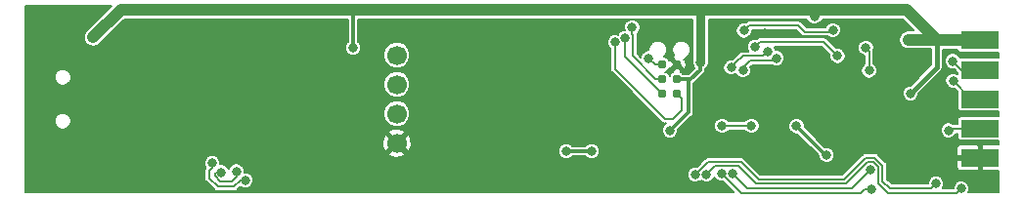
<source format=gbr>
G04 #@! TF.GenerationSoftware,KiCad,Pcbnew,(5.0.0)*
G04 #@! TF.CreationDate,2019-05-10T09:44:01+02:00*
G04 #@! TF.ProjectId,3dsimo_kit,336473696D6F5F6B69742E6B69636164,200A*
G04 #@! TF.SameCoordinates,Original*
G04 #@! TF.FileFunction,Copper,L2,Bot,Signal*
G04 #@! TF.FilePolarity,Positive*
%FSLAX46Y46*%
G04 Gerber Fmt 4.6, Leading zero omitted, Abs format (unit mm)*
G04 Created by KiCad (PCBNEW (5.0.0)) date 05/10/19 09:44:01*
%MOMM*%
%LPD*%
G01*
G04 APERTURE LIST*
G04 #@! TA.AperFunction,SMDPad,CuDef*
%ADD10R,3.300000X1.500000*%
G04 #@! TD*
G04 #@! TA.AperFunction,BGAPad,CuDef*
%ADD11C,0.787400*%
G04 #@! TD*
G04 #@! TA.AperFunction,ComponentPad*
%ADD12C,1.700000*%
G04 #@! TD*
G04 #@! TA.AperFunction,ViaPad*
%ADD13C,0.800000*%
G04 #@! TD*
G04 #@! TA.AperFunction,Conductor*
%ADD14C,0.200000*%
G04 #@! TD*
G04 #@! TA.AperFunction,Conductor*
%ADD15C,1.000000*%
G04 #@! TD*
G04 #@! TA.AperFunction,Conductor*
%ADD16C,0.400000*%
G04 #@! TD*
G04 #@! TA.AperFunction,Conductor*
%ADD17C,0.300000*%
G04 #@! TD*
G04 #@! TA.AperFunction,Conductor*
%ADD18C,0.800000*%
G04 #@! TD*
G04 APERTURE END LIST*
D10*
G04 #@! TO.P,J1,10*
G04 #@! TO.N,VBUS*
X148700000Y-57550000D03*
G04 #@! TO.P,J1,8*
G04 #@! TO.N,/BTN_EXTRUSION*
X148700000Y-60100000D03*
G04 #@! TO.P,J1,6*
G04 #@! TO.N,/BTN_REVERSE*
X148700000Y-62650000D03*
G04 #@! TO.P,J1,4*
G04 #@! TO.N,/NTC*
X148700000Y-65200000D03*
G04 #@! TO.P,J1,2*
G04 #@! TO.N,GND*
X148700000Y-67750000D03*
G04 #@! TD*
D11*
G04 #@! TO.P,P2,6*
G04 #@! TO.N,GND*
X122435000Y-59630000D03*
G04 #@! TO.P,P2,5*
G04 #@! TO.N,/RST*
X121165000Y-59630000D03*
G04 #@! TO.P,P2,4*
G04 #@! TO.N,VBUS*
X122435000Y-60900000D03*
G04 #@! TO.P,P2,3*
G04 #@! TO.N,Net-(D1-Pad2)*
X121165000Y-60900000D03*
G04 #@! TO.P,P2,2*
G04 #@! TO.N,/BTN_DOWN*
X122435000Y-62170000D03*
G04 #@! TO.P,P2,1*
G04 #@! TO.N,/BTN_UP*
X121165000Y-62170000D03*
G04 #@! TD*
D12*
G04 #@! TO.P,U2,4*
G04 #@! TO.N,GND*
X98200000Y-66470000D03*
G04 #@! TO.P,U2,3*
G04 #@! TO.N,VBUS*
X98200000Y-63920000D03*
G04 #@! TO.P,U2,2*
G04 #@! TO.N,/SCL*
X98200000Y-61380000D03*
G04 #@! TO.P,U2,1*
G04 #@! TO.N,/SDA*
X98200000Y-58840000D03*
G04 #@! TD*
D13*
G04 #@! TO.N,/NTC*
X124050000Y-69200000D03*
X144850000Y-70000000D03*
X130309627Y-58490373D03*
X145950000Y-65350000D03*
X127150000Y-59900000D03*
G04 #@! TO.N,GND*
X134412500Y-62362500D03*
X134412500Y-60637500D03*
X132687500Y-62362500D03*
X140850000Y-60575000D03*
X140850000Y-61425000D03*
G04 #@! TO.N,VBUS*
X142500000Y-57500000D03*
G04 #@! TO.N,GND*
X137399990Y-56999990D03*
X124256086Y-70127389D03*
X135200000Y-68750000D03*
X132732543Y-60655404D03*
X129564807Y-66089416D03*
X74800000Y-58650000D03*
X68450000Y-67200000D03*
X71300001Y-63950000D03*
X71300000Y-64750000D03*
X74558733Y-66773697D03*
X113650000Y-63000000D03*
X114950000Y-63000000D03*
X114950000Y-64300000D03*
X113650000Y-64300000D03*
X106650000Y-67800000D03*
X67050000Y-57450000D03*
X130034087Y-56950010D03*
X91300000Y-66675000D03*
X91400000Y-58700000D03*
X136550000Y-67200000D03*
X138950000Y-63250000D03*
X142850000Y-64200000D03*
X124300000Y-65850000D03*
G04 #@! TO.N,/BTN_DOWN*
X136350000Y-58900000D03*
X129217172Y-58099990D03*
X117075091Y-57719315D03*
G04 #@! TO.N,/BTN_UP*
X135949998Y-56650000D03*
X128250000Y-56700000D03*
X117950383Y-57350010D03*
G04 #@! TO.N,/BTN_REVERSE*
X146350000Y-61050000D03*
G04 #@! TO.N,/BTN_EXTRUSION*
X146300000Y-59350000D03*
G04 #@! TO.N,/MOTOR_PWM*
X139073547Y-60174989D03*
X138800000Y-58174956D03*
G04 #@! TO.N,/NTC_H_EN*
X127259049Y-69100021D03*
X139208665Y-68772908D03*
G04 #@! TO.N,VBUS*
X142650000Y-62149994D03*
X132800000Y-65000000D03*
X71900000Y-57300000D03*
X72650000Y-56549996D03*
X115050000Y-67150000D03*
X112850000Y-67150000D03*
X134350000Y-55500000D03*
X135400000Y-67500000D03*
X94400000Y-58200000D03*
X124500000Y-59450002D03*
X121850000Y-65350000D03*
G04 #@! TO.N,/NTC_L_EN*
X126290397Y-69100021D03*
X139247736Y-70499986D03*
G04 #@! TO.N,/RST*
X120006405Y-59099979D03*
G04 #@! TO.N,/ID*
X147050000Y-70400000D03*
X125009633Y-69209620D03*
X128145383Y-60154617D03*
X131049979Y-59100000D03*
G04 #@! TO.N,Net-(D2-Pad2)*
X126349968Y-64950006D03*
X128900031Y-64950000D03*
G04 #@! TO.N,Net-(D1-Pad2)*
X118575393Y-56425393D03*
G04 #@! TO.N,/D-*
X82211091Y-68211091D03*
X85088909Y-69688909D03*
G04 #@! TO.N,/D+*
X82988909Y-68988909D03*
X84311091Y-68911091D03*
G04 #@! TD*
D14*
G04 #@! TO.N,/NTC*
X144450000Y-70400000D02*
X144850000Y-70000000D01*
X140250000Y-68400000D02*
X140250000Y-69800000D01*
X139568600Y-67718600D02*
X140250000Y-68400000D01*
X138791444Y-67718600D02*
X139568600Y-67718600D01*
X138710044Y-67800000D02*
X138791444Y-67718600D01*
X138700000Y-67800000D02*
X138710044Y-67800000D01*
X128000000Y-68100000D02*
X129500000Y-69600000D01*
X140250000Y-69800000D02*
X140850000Y-70400000D01*
X140850000Y-70400000D02*
X144450000Y-70400000D01*
X136899999Y-69600001D02*
X138700000Y-67800000D01*
X129500000Y-69600000D02*
X136899999Y-69600001D01*
X124050000Y-69200000D02*
X125150000Y-68100000D01*
X125150000Y-68100000D02*
X128000000Y-68100000D01*
X146100000Y-65200000D02*
X145950000Y-65350000D01*
X148700000Y-65200000D02*
X146100000Y-65200000D01*
X127549999Y-59500001D02*
X127150000Y-59900000D01*
X130309627Y-58490373D02*
X129898416Y-58901584D01*
X128148416Y-58901584D02*
X127549999Y-59500001D01*
X129898416Y-58901584D02*
X128148416Y-58901584D01*
G04 #@! TO.N,/BTN_DOWN*
X135149991Y-57699991D02*
X129617171Y-57699991D01*
X136350000Y-58900000D02*
X135149991Y-57699991D01*
X129617171Y-57699991D02*
X129217172Y-58099990D01*
X122828699Y-62563699D02*
X122828699Y-63609287D01*
X122828699Y-63609287D02*
X122087986Y-64350000D01*
X117075091Y-60025091D02*
X117075091Y-58285000D01*
X122087986Y-64350000D02*
X121400000Y-64350000D01*
X122435000Y-62170000D02*
X122828699Y-62563699D01*
X121400000Y-64350000D02*
X117075091Y-60025091D01*
X117075091Y-58285000D02*
X117075091Y-57719315D01*
G04 #@! TO.N,/BTN_UP*
X128699999Y-56250001D02*
X128250000Y-56700000D01*
X132950001Y-56250001D02*
X128699999Y-56250001D01*
X133500000Y-56800000D02*
X132950001Y-56250001D01*
X135949998Y-56650000D02*
X135799998Y-56800000D01*
X135799998Y-56800000D02*
X133500000Y-56800000D01*
X121165000Y-62170000D02*
X117950383Y-58955383D01*
X117950383Y-58955383D02*
X117950383Y-57915695D01*
X117950383Y-57915695D02*
X117950383Y-57350010D01*
G04 #@! TO.N,/BTN_REVERSE*
X147950000Y-62650000D02*
X148700000Y-62650000D01*
X146350000Y-61050000D02*
X147950000Y-62650000D01*
G04 #@! TO.N,/BTN_EXTRUSION*
X147050000Y-60100000D02*
X148700000Y-60100000D01*
X146300000Y-59350000D02*
X147050000Y-60100000D01*
G04 #@! TO.N,/MOTOR_PWM*
X139073547Y-58448503D02*
X138800000Y-58174956D01*
X139073547Y-60174989D02*
X139073547Y-58448503D01*
G04 #@! TO.N,/NTC_H_EN*
X137581562Y-70400011D02*
X139208665Y-68772908D01*
X128559039Y-70400011D02*
X137581562Y-70400011D01*
X127259049Y-69100021D02*
X128559039Y-70400011D01*
D15*
G04 #@! TO.N,VBUS*
X148700000Y-57550000D02*
X144935998Y-57550000D01*
D16*
X144935998Y-59863996D02*
X142650000Y-62149994D01*
X144935998Y-57550000D02*
X144935998Y-59863996D01*
D14*
X134049999Y-55150001D02*
X134050000Y-55150000D01*
X132850000Y-65000000D02*
X132800000Y-65000000D01*
D15*
X142286008Y-54900010D02*
X144935998Y-57550000D01*
D17*
X115050000Y-67150000D02*
X112850000Y-67150000D01*
D15*
X74300000Y-54900000D02*
X71900000Y-57300000D01*
X87650000Y-54900009D02*
X87649991Y-54900000D01*
X87649991Y-54900000D02*
X74300000Y-54900000D01*
D17*
X134315695Y-54900010D02*
X134250000Y-54900010D01*
X134350000Y-54934315D02*
X134315695Y-54900010D01*
X134350000Y-55500000D02*
X134350000Y-54934315D01*
D15*
X134250000Y-54900010D02*
X142286008Y-54900010D01*
D17*
X135300000Y-67500000D02*
X135400000Y-67500000D01*
X132800000Y-65000000D02*
X135300000Y-67500000D01*
X94400000Y-58200000D02*
X94400000Y-54900009D01*
D15*
X94400000Y-54900009D02*
X87650000Y-54900009D01*
X144885998Y-57500000D02*
X144935998Y-57550000D01*
X142500000Y-57500000D02*
X144885998Y-57500000D01*
D18*
X124500000Y-54950000D02*
X124500000Y-59450002D01*
X124450000Y-54900000D02*
X124500000Y-54950000D01*
X123800009Y-54900009D02*
X123800018Y-54900000D01*
X123800018Y-54900000D02*
X124450000Y-54900000D01*
X125849999Y-54900009D02*
X125850000Y-54900010D01*
X122300000Y-54900009D02*
X125849999Y-54900009D01*
D15*
X123899990Y-54900010D02*
X125850000Y-54900010D01*
X123800009Y-54900009D02*
X122300000Y-54900009D01*
X126649999Y-54900009D02*
X126650000Y-54900010D01*
X121400000Y-54900009D02*
X126649999Y-54900009D01*
X126650000Y-54900010D02*
X134250000Y-54900010D01*
X125850000Y-54900010D02*
X126650000Y-54900010D01*
X122300000Y-54900009D02*
X121400000Y-54900009D01*
X121400000Y-54900009D02*
X94400000Y-54900009D01*
D17*
X124450000Y-55000000D02*
X124350000Y-54900000D01*
X124450000Y-60100000D02*
X124450000Y-55000000D01*
X122435000Y-60900000D02*
X123650000Y-60900000D01*
X123650000Y-60900000D02*
X124450000Y-60100000D01*
X122249999Y-64950001D02*
X121850000Y-65350000D01*
X123450000Y-63750000D02*
X122249999Y-64950001D01*
X122435000Y-60900000D02*
X123450000Y-60900000D01*
X123450000Y-60900000D02*
X123450000Y-63750000D01*
D14*
G04 #@! TO.N,/NTC_L_EN*
X126290397Y-69100021D02*
X127990375Y-70799999D01*
X127990375Y-70799999D02*
X138382038Y-70799999D01*
X138682051Y-70499986D02*
X139247736Y-70499986D01*
X138382038Y-70799999D02*
X138682051Y-70499986D01*
G04 #@! TO.N,/RST*
X120536426Y-59630000D02*
X120006405Y-59099979D01*
X121165000Y-59630000D02*
X120536426Y-59630000D01*
G04 #@! TO.N,/ID*
X139899989Y-69944979D02*
X139899989Y-68544979D01*
X139899989Y-68544979D02*
X139423621Y-68068611D01*
X139423621Y-68068611D02*
X138936423Y-68068611D01*
X137055021Y-69950011D02*
X129300011Y-69950011D01*
X138936423Y-68068611D02*
X137055021Y-69950011D01*
X147050000Y-70400000D02*
X146650001Y-70799999D01*
X127800011Y-68450011D02*
X125769242Y-68450011D01*
X140755009Y-70799999D02*
X139899989Y-69944979D01*
X125769242Y-68450011D02*
X125009633Y-69209620D01*
X129300011Y-69950011D02*
X127800011Y-68450011D01*
X146650001Y-70799999D02*
X140755009Y-70799999D01*
X131049979Y-59100000D02*
X130849979Y-59300000D01*
X128145383Y-59904617D02*
X128145383Y-60154617D01*
X128750000Y-59300000D02*
X128145383Y-59904617D01*
X130849979Y-59300000D02*
X128750000Y-59300000D01*
G04 #@! TO.N,Net-(D2-Pad2)*
X128900025Y-64950006D02*
X128900031Y-64950000D01*
X126349968Y-64950006D02*
X128900025Y-64950006D01*
G04 #@! TO.N,Net-(D1-Pad2)*
X118600393Y-57016078D02*
X118575393Y-56991078D01*
X120608225Y-60900000D02*
X118600393Y-58892168D01*
X121165000Y-60900000D02*
X120608225Y-60900000D01*
X118600393Y-58892168D02*
X118600393Y-57016078D01*
X118575393Y-56991078D02*
X118575393Y-56425393D01*
G04 #@! TO.N,/D-*
X82211091Y-68211091D02*
X82211091Y-68635355D01*
X82211091Y-68635355D02*
X81950000Y-68896446D01*
X81950000Y-68896446D02*
X81950000Y-69503554D01*
X81950000Y-69503554D02*
X82696446Y-70250000D01*
X82696446Y-70250000D02*
X84103554Y-70250000D01*
X84103554Y-70250000D02*
X84664645Y-69688909D01*
X84664645Y-69688909D02*
X85088909Y-69688909D01*
G04 #@! TO.N,/D+*
X82564645Y-68988909D02*
X82450000Y-69103554D01*
X82988909Y-68988909D02*
X82564645Y-68988909D01*
X82450000Y-69103554D02*
X82450000Y-69296446D01*
X82450000Y-69296446D02*
X82903554Y-69750000D01*
X84311091Y-69335355D02*
X84311091Y-68911091D01*
X83896446Y-69750000D02*
X84311091Y-69335355D01*
X82903554Y-69750000D02*
X83896446Y-69750000D01*
G04 #@! TD*
G04 #@! TO.N,GND*
G36*
X71278603Y-56790027D02*
X71146418Y-56987856D01*
X71084329Y-57300000D01*
X71146418Y-57612144D01*
X71323233Y-57876767D01*
X71587856Y-58053582D01*
X71900000Y-58115671D01*
X72212144Y-58053582D01*
X72409973Y-57921397D01*
X74631370Y-55700000D01*
X87571166Y-55700000D01*
X87571211Y-55700009D01*
X87571216Y-55700009D01*
X87650000Y-55715680D01*
X87728784Y-55700009D01*
X93950001Y-55700009D01*
X93950000Y-57660050D01*
X93806568Y-57803482D01*
X93700000Y-58060761D01*
X93700000Y-58339239D01*
X93806568Y-58596518D01*
X94003482Y-58793432D01*
X94260761Y-58900000D01*
X94539239Y-58900000D01*
X94796518Y-58793432D01*
X94978699Y-58611251D01*
X97050000Y-58611251D01*
X97050000Y-59068749D01*
X97225077Y-59491423D01*
X97548577Y-59814923D01*
X97971251Y-59990000D01*
X98428749Y-59990000D01*
X98851423Y-59814923D01*
X99174923Y-59491423D01*
X99350000Y-59068749D01*
X99350000Y-58611251D01*
X99174923Y-58188577D01*
X98851423Y-57865077D01*
X98428749Y-57690000D01*
X97971251Y-57690000D01*
X97548577Y-57865077D01*
X97225077Y-58188577D01*
X97050000Y-58611251D01*
X94978699Y-58611251D01*
X94993432Y-58596518D01*
X95100000Y-58339239D01*
X95100000Y-58060761D01*
X94993432Y-57803482D01*
X94850000Y-57660050D01*
X94850000Y-55700009D01*
X123800000Y-55700009D01*
X123800001Y-59310761D01*
X123800000Y-59310763D01*
X123800000Y-59589241D01*
X123826904Y-59654194D01*
X123840616Y-59723128D01*
X123879663Y-59781566D01*
X123906568Y-59846520D01*
X123956282Y-59896234D01*
X123980751Y-59932854D01*
X123468701Y-60444904D01*
X123450000Y-60441184D01*
X123405679Y-60450000D01*
X122966039Y-60450000D01*
X122827949Y-60311910D01*
X122798453Y-60299692D01*
X122819105Y-60226237D01*
X122435000Y-59842132D01*
X122050895Y-60226237D01*
X122071547Y-60299692D01*
X122042051Y-60311910D01*
X121846910Y-60507051D01*
X121800000Y-60620301D01*
X121753090Y-60507051D01*
X121557949Y-60311910D01*
X121444699Y-60265000D01*
X121557949Y-60218090D01*
X121753090Y-60022949D01*
X121765308Y-59993453D01*
X121838763Y-60014105D01*
X122222868Y-59630000D01*
X121838763Y-59245895D01*
X121765308Y-59266547D01*
X121753090Y-59237051D01*
X121557949Y-59041910D01*
X121323801Y-58944923D01*
X121458223Y-58810501D01*
X121579300Y-58518195D01*
X121579300Y-58201805D01*
X122020700Y-58201805D01*
X122020700Y-58518195D01*
X122141777Y-58810501D01*
X122194546Y-58863270D01*
X122162446Y-58868029D01*
X122088930Y-58898480D01*
X122050895Y-59033763D01*
X122435000Y-59417868D01*
X122449143Y-59403726D01*
X122661275Y-59615858D01*
X122647132Y-59630000D01*
X123031237Y-60014105D01*
X123166520Y-59976070D01*
X123243272Y-59669787D01*
X123196971Y-59357446D01*
X123166520Y-59283930D01*
X123031239Y-59245896D01*
X123111908Y-59165227D01*
X123064553Y-59117872D01*
X123266501Y-59034223D01*
X123490223Y-58810501D01*
X123611300Y-58518195D01*
X123611300Y-58201805D01*
X123490223Y-57909499D01*
X123266501Y-57685777D01*
X122974195Y-57564700D01*
X122657805Y-57564700D01*
X122365499Y-57685777D01*
X122141777Y-57909499D01*
X122020700Y-58201805D01*
X121579300Y-58201805D01*
X121458223Y-57909499D01*
X121234501Y-57685777D01*
X120942195Y-57564700D01*
X120625805Y-57564700D01*
X120333499Y-57685777D01*
X120109777Y-57909499D01*
X119988700Y-58201805D01*
X119988700Y-58399979D01*
X119867166Y-58399979D01*
X119609887Y-58506547D01*
X119412973Y-58703461D01*
X119306405Y-58960740D01*
X119306405Y-59032496D01*
X119000393Y-58726484D01*
X119000393Y-57055470D01*
X119008229Y-57016077D01*
X119002659Y-56988077D01*
X119168825Y-56821911D01*
X119275393Y-56564632D01*
X119275393Y-56286154D01*
X119168825Y-56028875D01*
X118971911Y-55831961D01*
X118714632Y-55725393D01*
X118436154Y-55725393D01*
X118178875Y-55831961D01*
X117981961Y-56028875D01*
X117875393Y-56286154D01*
X117875393Y-56564632D01*
X117910758Y-56650010D01*
X117811144Y-56650010D01*
X117553865Y-56756578D01*
X117356951Y-56953492D01*
X117312793Y-57060100D01*
X117214330Y-57019315D01*
X116935852Y-57019315D01*
X116678573Y-57125883D01*
X116481659Y-57322797D01*
X116375091Y-57580076D01*
X116375091Y-57858554D01*
X116481659Y-58115833D01*
X116675091Y-58309265D01*
X116675091Y-58324393D01*
X116675092Y-58324398D01*
X116675091Y-59985697D01*
X116667255Y-60025091D01*
X116675091Y-60064484D01*
X116698300Y-60181162D01*
X116786707Y-60313475D01*
X116820110Y-60335794D01*
X121089299Y-64604984D01*
X121111616Y-64638384D01*
X121195170Y-64694212D01*
X121243928Y-64726791D01*
X121400000Y-64757836D01*
X121439394Y-64750000D01*
X121469339Y-64750000D01*
X121453482Y-64756568D01*
X121256568Y-64953482D01*
X121150000Y-65210761D01*
X121150000Y-65489239D01*
X121256568Y-65746518D01*
X121453482Y-65943432D01*
X121710761Y-66050000D01*
X121989239Y-66050000D01*
X122246518Y-65943432D01*
X122443432Y-65746518D01*
X122550000Y-65489239D01*
X122550000Y-65286396D01*
X122599536Y-65236860D01*
X122599538Y-65236857D01*
X123025628Y-64810767D01*
X125649968Y-64810767D01*
X125649968Y-65089245D01*
X125756536Y-65346524D01*
X125953450Y-65543438D01*
X126210729Y-65650006D01*
X126489207Y-65650006D01*
X126746486Y-65543438D01*
X126939918Y-65350006D01*
X128310087Y-65350006D01*
X128503513Y-65543432D01*
X128760792Y-65650000D01*
X129039270Y-65650000D01*
X129296549Y-65543432D01*
X129493463Y-65346518D01*
X129600031Y-65089239D01*
X129600031Y-64860761D01*
X132100000Y-64860761D01*
X132100000Y-65139239D01*
X132206568Y-65396518D01*
X132403482Y-65593432D01*
X132660761Y-65700000D01*
X132863605Y-65700000D01*
X134700000Y-67536396D01*
X134700000Y-67639239D01*
X134806568Y-67896518D01*
X135003482Y-68093432D01*
X135260761Y-68200000D01*
X135539239Y-68200000D01*
X135796518Y-68093432D01*
X135993432Y-67896518D01*
X136100000Y-67639239D01*
X136100000Y-67360761D01*
X135993432Y-67103482D01*
X135810385Y-66920435D01*
X146650000Y-66920435D01*
X146650000Y-67500000D01*
X146750000Y-67600000D01*
X148550000Y-67600000D01*
X148550000Y-66700000D01*
X148450000Y-66600000D01*
X146970435Y-66600000D01*
X146823418Y-66660896D01*
X146710896Y-66773418D01*
X146650000Y-66920435D01*
X135810385Y-66920435D01*
X135796518Y-66906568D01*
X135539239Y-66800000D01*
X135260761Y-66800000D01*
X135243532Y-66807136D01*
X133500000Y-65063605D01*
X133500000Y-64860761D01*
X133393432Y-64603482D01*
X133196518Y-64406568D01*
X132939239Y-64300000D01*
X132660761Y-64300000D01*
X132403482Y-64406568D01*
X132206568Y-64603482D01*
X132100000Y-64860761D01*
X129600031Y-64860761D01*
X129600031Y-64810761D01*
X129493463Y-64553482D01*
X129296549Y-64356568D01*
X129039270Y-64250000D01*
X128760792Y-64250000D01*
X128503513Y-64356568D01*
X128310075Y-64550006D01*
X126939918Y-64550006D01*
X126746486Y-64356574D01*
X126489207Y-64250006D01*
X126210729Y-64250006D01*
X125953450Y-64356574D01*
X125756536Y-64553488D01*
X125649968Y-64810767D01*
X123025628Y-64810767D01*
X123736857Y-64099538D01*
X123774432Y-64074432D01*
X123873891Y-63925581D01*
X123900000Y-63794321D01*
X123900000Y-63794320D01*
X123908816Y-63750000D01*
X123900000Y-63705680D01*
X123900000Y-61274166D01*
X123974432Y-61224432D01*
X123999540Y-61186855D01*
X124736858Y-60449538D01*
X124774432Y-60424432D01*
X124873891Y-60275581D01*
X124900000Y-60144321D01*
X124900000Y-60144320D01*
X124908816Y-60100000D01*
X124900000Y-60055680D01*
X124900000Y-60039952D01*
X124946229Y-59993723D01*
X125004671Y-59954673D01*
X125043721Y-59896231D01*
X125093432Y-59846520D01*
X125120335Y-59781570D01*
X125134239Y-59760761D01*
X126450000Y-59760761D01*
X126450000Y-60039239D01*
X126556568Y-60296518D01*
X126753482Y-60493432D01*
X127010761Y-60600000D01*
X127289239Y-60600000D01*
X127530754Y-60499961D01*
X127551951Y-60551135D01*
X127748865Y-60748049D01*
X128006144Y-60854617D01*
X128284622Y-60854617D01*
X128541901Y-60748049D01*
X128738815Y-60551135D01*
X128845383Y-60293856D01*
X128845383Y-60015378D01*
X128773602Y-59842083D01*
X128915685Y-59700000D01*
X130669318Y-59700000D01*
X130910740Y-59800000D01*
X131189218Y-59800000D01*
X131446497Y-59693432D01*
X131643411Y-59496518D01*
X131749979Y-59239239D01*
X131749979Y-58960761D01*
X131643411Y-58703482D01*
X131446497Y-58506568D01*
X131189218Y-58400000D01*
X131009627Y-58400000D01*
X131009627Y-58351134D01*
X130905601Y-58099991D01*
X134984307Y-58099991D01*
X135650000Y-58765685D01*
X135650000Y-59039239D01*
X135756568Y-59296518D01*
X135953482Y-59493432D01*
X136210761Y-59600000D01*
X136489239Y-59600000D01*
X136746518Y-59493432D01*
X136943432Y-59296518D01*
X137050000Y-59039239D01*
X137050000Y-58760761D01*
X136943432Y-58503482D01*
X136746518Y-58306568D01*
X136489239Y-58200000D01*
X136215685Y-58200000D01*
X136051402Y-58035717D01*
X138100000Y-58035717D01*
X138100000Y-58314195D01*
X138206568Y-58571474D01*
X138403482Y-58768388D01*
X138660761Y-58874956D01*
X138673548Y-58874956D01*
X138673547Y-59585039D01*
X138480115Y-59778471D01*
X138373547Y-60035750D01*
X138373547Y-60314228D01*
X138480115Y-60571507D01*
X138677029Y-60768421D01*
X138934308Y-60874989D01*
X139212786Y-60874989D01*
X139470065Y-60768421D01*
X139666979Y-60571507D01*
X139773547Y-60314228D01*
X139773547Y-60035750D01*
X139666979Y-59778471D01*
X139473547Y-59585039D01*
X139473547Y-58487897D01*
X139481383Y-58448503D01*
X139469374Y-58388132D01*
X139500000Y-58314195D01*
X139500000Y-58035717D01*
X139393432Y-57778438D01*
X139196518Y-57581524D01*
X138939239Y-57474956D01*
X138660761Y-57474956D01*
X138403482Y-57581524D01*
X138206568Y-57778438D01*
X138100000Y-58035717D01*
X136051402Y-58035717D01*
X135460694Y-57445010D01*
X135438375Y-57411607D01*
X135306063Y-57323200D01*
X135189385Y-57299991D01*
X135149991Y-57292155D01*
X135110597Y-57299991D01*
X129656564Y-57299991D01*
X129617170Y-57292155D01*
X129463125Y-57322797D01*
X129461099Y-57323200D01*
X129346173Y-57399990D01*
X129077933Y-57399990D01*
X128820654Y-57506558D01*
X128623740Y-57703472D01*
X128517172Y-57960751D01*
X128517172Y-58239229D01*
X128623740Y-58496508D01*
X128628816Y-58501584D01*
X128187808Y-58501584D01*
X128148415Y-58493748D01*
X128109022Y-58501584D01*
X127992344Y-58524793D01*
X127860032Y-58613200D01*
X127837717Y-58646597D01*
X127295015Y-59189301D01*
X127295012Y-59189303D01*
X127284315Y-59200000D01*
X127010761Y-59200000D01*
X126753482Y-59306568D01*
X126556568Y-59503482D01*
X126450000Y-59760761D01*
X125134239Y-59760761D01*
X125159385Y-59723128D01*
X125173098Y-59654189D01*
X125200000Y-59589241D01*
X125200000Y-56560761D01*
X127550000Y-56560761D01*
X127550000Y-56839239D01*
X127656568Y-57096518D01*
X127853482Y-57293432D01*
X128110761Y-57400000D01*
X128389239Y-57400000D01*
X128646518Y-57293432D01*
X128843432Y-57096518D01*
X128950000Y-56839239D01*
X128950000Y-56650001D01*
X132784317Y-56650001D01*
X133189299Y-57054984D01*
X133211616Y-57088384D01*
X133299567Y-57147150D01*
X133343928Y-57176791D01*
X133499999Y-57207836D01*
X133539393Y-57200000D01*
X135510048Y-57200000D01*
X135553480Y-57243432D01*
X135810759Y-57350000D01*
X136089237Y-57350000D01*
X136346516Y-57243432D01*
X136543430Y-57046518D01*
X136649998Y-56789239D01*
X136649998Y-56510761D01*
X136543430Y-56253482D01*
X136346516Y-56056568D01*
X136089237Y-55950000D01*
X135810759Y-55950000D01*
X135553480Y-56056568D01*
X135356566Y-56253482D01*
X135295877Y-56400000D01*
X133665685Y-56400000D01*
X133260704Y-55995019D01*
X133238385Y-55961617D01*
X133106073Y-55873210D01*
X132989395Y-55850001D01*
X132950001Y-55842165D01*
X132910607Y-55850001D01*
X128739393Y-55850001D01*
X128699999Y-55842165D01*
X128660605Y-55850001D01*
X128543927Y-55873210D01*
X128411615Y-55961617D01*
X128389298Y-55995017D01*
X128384315Y-56000000D01*
X128110761Y-56000000D01*
X127853482Y-56106568D01*
X127656568Y-56303482D01*
X127550000Y-56560761D01*
X125200000Y-56560761D01*
X125200000Y-55700010D01*
X126571215Y-55700010D01*
X126649999Y-55715681D01*
X126728783Y-55700010D01*
X133675172Y-55700010D01*
X133756568Y-55896518D01*
X133953482Y-56093432D01*
X134210761Y-56200000D01*
X134489239Y-56200000D01*
X134746518Y-56093432D01*
X134943432Y-55896518D01*
X135024828Y-55700010D01*
X141954638Y-55700010D01*
X142954628Y-56700000D01*
X142421211Y-56700000D01*
X142187856Y-56746417D01*
X141923233Y-56923233D01*
X141746417Y-57187856D01*
X141684328Y-57500000D01*
X141746417Y-57812144D01*
X141923233Y-58076767D01*
X142187856Y-58253583D01*
X142421211Y-58300000D01*
X144435998Y-58300000D01*
X144435999Y-59656888D01*
X142642894Y-61449994D01*
X142510761Y-61449994D01*
X142253482Y-61556562D01*
X142056568Y-61753476D01*
X141950000Y-62010755D01*
X141950000Y-62289233D01*
X142056568Y-62546512D01*
X142253482Y-62743426D01*
X142510761Y-62849994D01*
X142789239Y-62849994D01*
X143046518Y-62743426D01*
X143243432Y-62546512D01*
X143350000Y-62289233D01*
X143350000Y-62157100D01*
X145254730Y-60252371D01*
X145296478Y-60224476D01*
X145406987Y-60059086D01*
X145435998Y-59913239D01*
X145435998Y-59913238D01*
X145445793Y-59863997D01*
X145435998Y-59814756D01*
X145435998Y-58350000D01*
X146754069Y-58350000D01*
X146767407Y-58417054D01*
X146833712Y-58516288D01*
X146932946Y-58582593D01*
X147050000Y-58605877D01*
X150250001Y-58605877D01*
X150250001Y-59044123D01*
X147050000Y-59044123D01*
X146940037Y-59065997D01*
X146893432Y-58953482D01*
X146696518Y-58756568D01*
X146439239Y-58650000D01*
X146160761Y-58650000D01*
X145903482Y-58756568D01*
X145706568Y-58953482D01*
X145600000Y-59210761D01*
X145600000Y-59489239D01*
X145706568Y-59746518D01*
X145903482Y-59943432D01*
X146160761Y-60050000D01*
X146434315Y-60050000D01*
X146739301Y-60354987D01*
X146744123Y-60362204D01*
X146744123Y-60455576D01*
X146489239Y-60350000D01*
X146210761Y-60350000D01*
X145953482Y-60456568D01*
X145756568Y-60653482D01*
X145650000Y-60910761D01*
X145650000Y-61189239D01*
X145756568Y-61446518D01*
X145953482Y-61643432D01*
X146210761Y-61750000D01*
X146484316Y-61750000D01*
X146744123Y-62009807D01*
X146744123Y-63400000D01*
X146767407Y-63517054D01*
X146833712Y-63616288D01*
X146932946Y-63682593D01*
X147050000Y-63705877D01*
X150250000Y-63705877D01*
X150250000Y-64144123D01*
X147050000Y-64144123D01*
X146932946Y-64167407D01*
X146833712Y-64233712D01*
X146767407Y-64332946D01*
X146744123Y-64450000D01*
X146744123Y-64800000D01*
X146389950Y-64800000D01*
X146346518Y-64756568D01*
X146089239Y-64650000D01*
X145810761Y-64650000D01*
X145553482Y-64756568D01*
X145356568Y-64953482D01*
X145250000Y-65210761D01*
X145250000Y-65489239D01*
X145356568Y-65746518D01*
X145553482Y-65943432D01*
X145810761Y-66050000D01*
X146089239Y-66050000D01*
X146346518Y-65943432D01*
X146543432Y-65746518D01*
X146604121Y-65600000D01*
X146744123Y-65600000D01*
X146744123Y-65950000D01*
X146767407Y-66067054D01*
X146833712Y-66166288D01*
X146932946Y-66232593D01*
X147050000Y-66255877D01*
X150250000Y-66255877D01*
X150250000Y-66600000D01*
X148950000Y-66600000D01*
X148850000Y-66700000D01*
X148850000Y-67600000D01*
X148870000Y-67600000D01*
X148870000Y-67900000D01*
X148850000Y-67900000D01*
X148850000Y-68800000D01*
X148950000Y-68900000D01*
X150250000Y-68900000D01*
X150250000Y-70750000D01*
X147662700Y-70750000D01*
X147750000Y-70539239D01*
X147750000Y-70260761D01*
X147643432Y-70003482D01*
X147446518Y-69806568D01*
X147189239Y-69700000D01*
X146910761Y-69700000D01*
X146653482Y-69806568D01*
X146456568Y-70003482D01*
X146350000Y-70260761D01*
X146350000Y-70399999D01*
X145439951Y-70399999D01*
X145443432Y-70396518D01*
X145550000Y-70139239D01*
X145550000Y-69860761D01*
X145443432Y-69603482D01*
X145246518Y-69406568D01*
X144989239Y-69300000D01*
X144710761Y-69300000D01*
X144453482Y-69406568D01*
X144256568Y-69603482D01*
X144150000Y-69860761D01*
X144150000Y-70000000D01*
X141015686Y-70000000D01*
X140650000Y-69634316D01*
X140650000Y-68439392D01*
X140657836Y-68399999D01*
X140642849Y-68324657D01*
X140626791Y-68243928D01*
X140538384Y-68111616D01*
X140504987Y-68089302D01*
X140415685Y-68000000D01*
X146650000Y-68000000D01*
X146650000Y-68579565D01*
X146710896Y-68726582D01*
X146823418Y-68839104D01*
X146970435Y-68900000D01*
X148450000Y-68900000D01*
X148550000Y-68800000D01*
X148550000Y-67900000D01*
X146750000Y-67900000D01*
X146650000Y-68000000D01*
X140415685Y-68000000D01*
X139879302Y-67463618D01*
X139856984Y-67430216D01*
X139724672Y-67341809D01*
X139607994Y-67318600D01*
X139568600Y-67310764D01*
X139529206Y-67318600D01*
X138830838Y-67318600D01*
X138791444Y-67310764D01*
X138752050Y-67318600D01*
X138635372Y-67341809D01*
X138503060Y-67430216D01*
X138480741Y-67463619D01*
X138475287Y-67469073D01*
X138411616Y-67511616D01*
X138389299Y-67545016D01*
X136734314Y-69200002D01*
X129665686Y-69200000D01*
X128310703Y-67845018D01*
X128288384Y-67811616D01*
X128156072Y-67723209D01*
X128039394Y-67700000D01*
X128000000Y-67692164D01*
X127960606Y-67700000D01*
X125189394Y-67700000D01*
X125150000Y-67692164D01*
X125110606Y-67700000D01*
X124993928Y-67723209D01*
X124861616Y-67811616D01*
X124839299Y-67845016D01*
X124184316Y-68500000D01*
X123910761Y-68500000D01*
X123653482Y-68606568D01*
X123456568Y-68803482D01*
X123350000Y-69060761D01*
X123350000Y-69339239D01*
X123456568Y-69596518D01*
X123653482Y-69793432D01*
X123910761Y-69900000D01*
X124189239Y-69900000D01*
X124446518Y-69793432D01*
X124525007Y-69714944D01*
X124613115Y-69803052D01*
X124870394Y-69909620D01*
X125148872Y-69909620D01*
X125406151Y-69803052D01*
X125603065Y-69606138D01*
X125672714Y-69437991D01*
X125696965Y-69496539D01*
X125893879Y-69693453D01*
X126151158Y-69800021D01*
X126424713Y-69800021D01*
X127374691Y-70750000D01*
X66050000Y-70750000D01*
X66050000Y-68071852D01*
X81511091Y-68071852D01*
X81511091Y-68350330D01*
X81617659Y-68607609D01*
X81644191Y-68634141D01*
X81584665Y-68723230D01*
X81573209Y-68740375D01*
X81542164Y-68896446D01*
X81550000Y-68935840D01*
X81550001Y-69464156D01*
X81542164Y-69503554D01*
X81573209Y-69659625D01*
X81573210Y-69659626D01*
X81661617Y-69791938D01*
X81695016Y-69814255D01*
X82385745Y-70504984D01*
X82408062Y-70538384D01*
X82540374Y-70626791D01*
X82696445Y-70657836D01*
X82735839Y-70650000D01*
X84064160Y-70650000D01*
X84103554Y-70657836D01*
X84142948Y-70650000D01*
X84259626Y-70626791D01*
X84391938Y-70538384D01*
X84414257Y-70504982D01*
X84664644Y-70254594D01*
X84692391Y-70282341D01*
X84949670Y-70388909D01*
X85228148Y-70388909D01*
X85485427Y-70282341D01*
X85682341Y-70085427D01*
X85788909Y-69828148D01*
X85788909Y-69549670D01*
X85682341Y-69292391D01*
X85485427Y-69095477D01*
X85228148Y-68988909D01*
X85011091Y-68988909D01*
X85011091Y-68771852D01*
X84904523Y-68514573D01*
X84707609Y-68317659D01*
X84450330Y-68211091D01*
X84171852Y-68211091D01*
X83914573Y-68317659D01*
X83717659Y-68514573D01*
X83633883Y-68716826D01*
X83582341Y-68592391D01*
X83385427Y-68395477D01*
X83128148Y-68288909D01*
X82911091Y-68288909D01*
X82911091Y-68071852D01*
X82804523Y-67814573D01*
X82607609Y-67617659D01*
X82350330Y-67511091D01*
X82071852Y-67511091D01*
X81814573Y-67617659D01*
X81617659Y-67814573D01*
X81511091Y-68071852D01*
X66050000Y-68071852D01*
X66050000Y-67399754D01*
X97482378Y-67399754D01*
X97577433Y-67582085D01*
X98050400Y-67735679D01*
X98546142Y-67696583D01*
X98822567Y-67582085D01*
X98917622Y-67399754D01*
X98200000Y-66682132D01*
X97482378Y-67399754D01*
X66050000Y-67399754D01*
X66050000Y-66320400D01*
X96934321Y-66320400D01*
X96973417Y-66816142D01*
X97087915Y-67092567D01*
X97270246Y-67187622D01*
X97987868Y-66470000D01*
X98412132Y-66470000D01*
X99129754Y-67187622D01*
X99312085Y-67092567D01*
X99338651Y-67010761D01*
X112150000Y-67010761D01*
X112150000Y-67289239D01*
X112256568Y-67546518D01*
X112453482Y-67743432D01*
X112710761Y-67850000D01*
X112989239Y-67850000D01*
X113246518Y-67743432D01*
X113389950Y-67600000D01*
X114510050Y-67600000D01*
X114653482Y-67743432D01*
X114910761Y-67850000D01*
X115189239Y-67850000D01*
X115446518Y-67743432D01*
X115643432Y-67546518D01*
X115750000Y-67289239D01*
X115750000Y-67010761D01*
X115643432Y-66753482D01*
X115446518Y-66556568D01*
X115189239Y-66450000D01*
X114910761Y-66450000D01*
X114653482Y-66556568D01*
X114510050Y-66700000D01*
X113389950Y-66700000D01*
X113246518Y-66556568D01*
X112989239Y-66450000D01*
X112710761Y-66450000D01*
X112453482Y-66556568D01*
X112256568Y-66753482D01*
X112150000Y-67010761D01*
X99338651Y-67010761D01*
X99465679Y-66619600D01*
X99426583Y-66123858D01*
X99312085Y-65847433D01*
X99129754Y-65752378D01*
X98412132Y-66470000D01*
X97987868Y-66470000D01*
X97270246Y-65752378D01*
X97087915Y-65847433D01*
X96934321Y-66320400D01*
X66050000Y-66320400D01*
X66050000Y-65540246D01*
X97482378Y-65540246D01*
X98200000Y-66257868D01*
X98917622Y-65540246D01*
X98822567Y-65357915D01*
X98349600Y-65204321D01*
X97853858Y-65243417D01*
X97577433Y-65357915D01*
X97482378Y-65540246D01*
X66050000Y-65540246D01*
X66050000Y-64405788D01*
X68550000Y-64405788D01*
X68550000Y-64694212D01*
X68660374Y-64960680D01*
X68864320Y-65164626D01*
X69130788Y-65275000D01*
X69419212Y-65275000D01*
X69685680Y-65164626D01*
X69889626Y-64960680D01*
X70000000Y-64694212D01*
X70000000Y-64405788D01*
X69889626Y-64139320D01*
X69685680Y-63935374D01*
X69419212Y-63825000D01*
X69130788Y-63825000D01*
X68864320Y-63935374D01*
X68660374Y-64139320D01*
X68550000Y-64405788D01*
X66050000Y-64405788D01*
X66050000Y-63691251D01*
X97050000Y-63691251D01*
X97050000Y-64148749D01*
X97225077Y-64571423D01*
X97548577Y-64894923D01*
X97971251Y-65070000D01*
X98428749Y-65070000D01*
X98851423Y-64894923D01*
X99174923Y-64571423D01*
X99350000Y-64148749D01*
X99350000Y-63691251D01*
X99174923Y-63268577D01*
X98851423Y-62945077D01*
X98428749Y-62770000D01*
X97971251Y-62770000D01*
X97548577Y-62945077D01*
X97225077Y-63268577D01*
X97050000Y-63691251D01*
X66050000Y-63691251D01*
X66050000Y-60605788D01*
X68550000Y-60605788D01*
X68550000Y-60894212D01*
X68660374Y-61160680D01*
X68864320Y-61364626D01*
X69130788Y-61475000D01*
X69419212Y-61475000D01*
X69685680Y-61364626D01*
X69889626Y-61160680D01*
X69893531Y-61151251D01*
X97050000Y-61151251D01*
X97050000Y-61608749D01*
X97225077Y-62031423D01*
X97548577Y-62354923D01*
X97971251Y-62530000D01*
X98428749Y-62530000D01*
X98851423Y-62354923D01*
X99174923Y-62031423D01*
X99350000Y-61608749D01*
X99350000Y-61151251D01*
X99174923Y-60728577D01*
X98851423Y-60405077D01*
X98428749Y-60230000D01*
X97971251Y-60230000D01*
X97548577Y-60405077D01*
X97225077Y-60728577D01*
X97050000Y-61151251D01*
X69893531Y-61151251D01*
X70000000Y-60894212D01*
X70000000Y-60605788D01*
X69889626Y-60339320D01*
X69685680Y-60135374D01*
X69419212Y-60025000D01*
X69130788Y-60025000D01*
X68864320Y-60135374D01*
X68660374Y-60339320D01*
X68550000Y-60605788D01*
X66050000Y-60605788D01*
X66050000Y-54550000D01*
X73518630Y-54550000D01*
X71278603Y-56790027D01*
X71278603Y-56790027D01*
G37*
X71278603Y-56790027D02*
X71146418Y-56987856D01*
X71084329Y-57300000D01*
X71146418Y-57612144D01*
X71323233Y-57876767D01*
X71587856Y-58053582D01*
X71900000Y-58115671D01*
X72212144Y-58053582D01*
X72409973Y-57921397D01*
X74631370Y-55700000D01*
X87571166Y-55700000D01*
X87571211Y-55700009D01*
X87571216Y-55700009D01*
X87650000Y-55715680D01*
X87728784Y-55700009D01*
X93950001Y-55700009D01*
X93950000Y-57660050D01*
X93806568Y-57803482D01*
X93700000Y-58060761D01*
X93700000Y-58339239D01*
X93806568Y-58596518D01*
X94003482Y-58793432D01*
X94260761Y-58900000D01*
X94539239Y-58900000D01*
X94796518Y-58793432D01*
X94978699Y-58611251D01*
X97050000Y-58611251D01*
X97050000Y-59068749D01*
X97225077Y-59491423D01*
X97548577Y-59814923D01*
X97971251Y-59990000D01*
X98428749Y-59990000D01*
X98851423Y-59814923D01*
X99174923Y-59491423D01*
X99350000Y-59068749D01*
X99350000Y-58611251D01*
X99174923Y-58188577D01*
X98851423Y-57865077D01*
X98428749Y-57690000D01*
X97971251Y-57690000D01*
X97548577Y-57865077D01*
X97225077Y-58188577D01*
X97050000Y-58611251D01*
X94978699Y-58611251D01*
X94993432Y-58596518D01*
X95100000Y-58339239D01*
X95100000Y-58060761D01*
X94993432Y-57803482D01*
X94850000Y-57660050D01*
X94850000Y-55700009D01*
X123800000Y-55700009D01*
X123800001Y-59310761D01*
X123800000Y-59310763D01*
X123800000Y-59589241D01*
X123826904Y-59654194D01*
X123840616Y-59723128D01*
X123879663Y-59781566D01*
X123906568Y-59846520D01*
X123956282Y-59896234D01*
X123980751Y-59932854D01*
X123468701Y-60444904D01*
X123450000Y-60441184D01*
X123405679Y-60450000D01*
X122966039Y-60450000D01*
X122827949Y-60311910D01*
X122798453Y-60299692D01*
X122819105Y-60226237D01*
X122435000Y-59842132D01*
X122050895Y-60226237D01*
X122071547Y-60299692D01*
X122042051Y-60311910D01*
X121846910Y-60507051D01*
X121800000Y-60620301D01*
X121753090Y-60507051D01*
X121557949Y-60311910D01*
X121444699Y-60265000D01*
X121557949Y-60218090D01*
X121753090Y-60022949D01*
X121765308Y-59993453D01*
X121838763Y-60014105D01*
X122222868Y-59630000D01*
X121838763Y-59245895D01*
X121765308Y-59266547D01*
X121753090Y-59237051D01*
X121557949Y-59041910D01*
X121323801Y-58944923D01*
X121458223Y-58810501D01*
X121579300Y-58518195D01*
X121579300Y-58201805D01*
X122020700Y-58201805D01*
X122020700Y-58518195D01*
X122141777Y-58810501D01*
X122194546Y-58863270D01*
X122162446Y-58868029D01*
X122088930Y-58898480D01*
X122050895Y-59033763D01*
X122435000Y-59417868D01*
X122449143Y-59403726D01*
X122661275Y-59615858D01*
X122647132Y-59630000D01*
X123031237Y-60014105D01*
X123166520Y-59976070D01*
X123243272Y-59669787D01*
X123196971Y-59357446D01*
X123166520Y-59283930D01*
X123031239Y-59245896D01*
X123111908Y-59165227D01*
X123064553Y-59117872D01*
X123266501Y-59034223D01*
X123490223Y-58810501D01*
X123611300Y-58518195D01*
X123611300Y-58201805D01*
X123490223Y-57909499D01*
X123266501Y-57685777D01*
X122974195Y-57564700D01*
X122657805Y-57564700D01*
X122365499Y-57685777D01*
X122141777Y-57909499D01*
X122020700Y-58201805D01*
X121579300Y-58201805D01*
X121458223Y-57909499D01*
X121234501Y-57685777D01*
X120942195Y-57564700D01*
X120625805Y-57564700D01*
X120333499Y-57685777D01*
X120109777Y-57909499D01*
X119988700Y-58201805D01*
X119988700Y-58399979D01*
X119867166Y-58399979D01*
X119609887Y-58506547D01*
X119412973Y-58703461D01*
X119306405Y-58960740D01*
X119306405Y-59032496D01*
X119000393Y-58726484D01*
X119000393Y-57055470D01*
X119008229Y-57016077D01*
X119002659Y-56988077D01*
X119168825Y-56821911D01*
X119275393Y-56564632D01*
X119275393Y-56286154D01*
X119168825Y-56028875D01*
X118971911Y-55831961D01*
X118714632Y-55725393D01*
X118436154Y-55725393D01*
X118178875Y-55831961D01*
X117981961Y-56028875D01*
X117875393Y-56286154D01*
X117875393Y-56564632D01*
X117910758Y-56650010D01*
X117811144Y-56650010D01*
X117553865Y-56756578D01*
X117356951Y-56953492D01*
X117312793Y-57060100D01*
X117214330Y-57019315D01*
X116935852Y-57019315D01*
X116678573Y-57125883D01*
X116481659Y-57322797D01*
X116375091Y-57580076D01*
X116375091Y-57858554D01*
X116481659Y-58115833D01*
X116675091Y-58309265D01*
X116675091Y-58324393D01*
X116675092Y-58324398D01*
X116675091Y-59985697D01*
X116667255Y-60025091D01*
X116675091Y-60064484D01*
X116698300Y-60181162D01*
X116786707Y-60313475D01*
X116820110Y-60335794D01*
X121089299Y-64604984D01*
X121111616Y-64638384D01*
X121195170Y-64694212D01*
X121243928Y-64726791D01*
X121400000Y-64757836D01*
X121439394Y-64750000D01*
X121469339Y-64750000D01*
X121453482Y-64756568D01*
X121256568Y-64953482D01*
X121150000Y-65210761D01*
X121150000Y-65489239D01*
X121256568Y-65746518D01*
X121453482Y-65943432D01*
X121710761Y-66050000D01*
X121989239Y-66050000D01*
X122246518Y-65943432D01*
X122443432Y-65746518D01*
X122550000Y-65489239D01*
X122550000Y-65286396D01*
X122599536Y-65236860D01*
X122599538Y-65236857D01*
X123025628Y-64810767D01*
X125649968Y-64810767D01*
X125649968Y-65089245D01*
X125756536Y-65346524D01*
X125953450Y-65543438D01*
X126210729Y-65650006D01*
X126489207Y-65650006D01*
X126746486Y-65543438D01*
X126939918Y-65350006D01*
X128310087Y-65350006D01*
X128503513Y-65543432D01*
X128760792Y-65650000D01*
X129039270Y-65650000D01*
X129296549Y-65543432D01*
X129493463Y-65346518D01*
X129600031Y-65089239D01*
X129600031Y-64860761D01*
X132100000Y-64860761D01*
X132100000Y-65139239D01*
X132206568Y-65396518D01*
X132403482Y-65593432D01*
X132660761Y-65700000D01*
X132863605Y-65700000D01*
X134700000Y-67536396D01*
X134700000Y-67639239D01*
X134806568Y-67896518D01*
X135003482Y-68093432D01*
X135260761Y-68200000D01*
X135539239Y-68200000D01*
X135796518Y-68093432D01*
X135993432Y-67896518D01*
X136100000Y-67639239D01*
X136100000Y-67360761D01*
X135993432Y-67103482D01*
X135810385Y-66920435D01*
X146650000Y-66920435D01*
X146650000Y-67500000D01*
X146750000Y-67600000D01*
X148550000Y-67600000D01*
X148550000Y-66700000D01*
X148450000Y-66600000D01*
X146970435Y-66600000D01*
X146823418Y-66660896D01*
X146710896Y-66773418D01*
X146650000Y-66920435D01*
X135810385Y-66920435D01*
X135796518Y-66906568D01*
X135539239Y-66800000D01*
X135260761Y-66800000D01*
X135243532Y-66807136D01*
X133500000Y-65063605D01*
X133500000Y-64860761D01*
X133393432Y-64603482D01*
X133196518Y-64406568D01*
X132939239Y-64300000D01*
X132660761Y-64300000D01*
X132403482Y-64406568D01*
X132206568Y-64603482D01*
X132100000Y-64860761D01*
X129600031Y-64860761D01*
X129600031Y-64810761D01*
X129493463Y-64553482D01*
X129296549Y-64356568D01*
X129039270Y-64250000D01*
X128760792Y-64250000D01*
X128503513Y-64356568D01*
X128310075Y-64550006D01*
X126939918Y-64550006D01*
X126746486Y-64356574D01*
X126489207Y-64250006D01*
X126210729Y-64250006D01*
X125953450Y-64356574D01*
X125756536Y-64553488D01*
X125649968Y-64810767D01*
X123025628Y-64810767D01*
X123736857Y-64099538D01*
X123774432Y-64074432D01*
X123873891Y-63925581D01*
X123900000Y-63794321D01*
X123900000Y-63794320D01*
X123908816Y-63750000D01*
X123900000Y-63705680D01*
X123900000Y-61274166D01*
X123974432Y-61224432D01*
X123999540Y-61186855D01*
X124736858Y-60449538D01*
X124774432Y-60424432D01*
X124873891Y-60275581D01*
X124900000Y-60144321D01*
X124900000Y-60144320D01*
X124908816Y-60100000D01*
X124900000Y-60055680D01*
X124900000Y-60039952D01*
X124946229Y-59993723D01*
X125004671Y-59954673D01*
X125043721Y-59896231D01*
X125093432Y-59846520D01*
X125120335Y-59781570D01*
X125134239Y-59760761D01*
X126450000Y-59760761D01*
X126450000Y-60039239D01*
X126556568Y-60296518D01*
X126753482Y-60493432D01*
X127010761Y-60600000D01*
X127289239Y-60600000D01*
X127530754Y-60499961D01*
X127551951Y-60551135D01*
X127748865Y-60748049D01*
X128006144Y-60854617D01*
X128284622Y-60854617D01*
X128541901Y-60748049D01*
X128738815Y-60551135D01*
X128845383Y-60293856D01*
X128845383Y-60015378D01*
X128773602Y-59842083D01*
X128915685Y-59700000D01*
X130669318Y-59700000D01*
X130910740Y-59800000D01*
X131189218Y-59800000D01*
X131446497Y-59693432D01*
X131643411Y-59496518D01*
X131749979Y-59239239D01*
X131749979Y-58960761D01*
X131643411Y-58703482D01*
X131446497Y-58506568D01*
X131189218Y-58400000D01*
X131009627Y-58400000D01*
X131009627Y-58351134D01*
X130905601Y-58099991D01*
X134984307Y-58099991D01*
X135650000Y-58765685D01*
X135650000Y-59039239D01*
X135756568Y-59296518D01*
X135953482Y-59493432D01*
X136210761Y-59600000D01*
X136489239Y-59600000D01*
X136746518Y-59493432D01*
X136943432Y-59296518D01*
X137050000Y-59039239D01*
X137050000Y-58760761D01*
X136943432Y-58503482D01*
X136746518Y-58306568D01*
X136489239Y-58200000D01*
X136215685Y-58200000D01*
X136051402Y-58035717D01*
X138100000Y-58035717D01*
X138100000Y-58314195D01*
X138206568Y-58571474D01*
X138403482Y-58768388D01*
X138660761Y-58874956D01*
X138673548Y-58874956D01*
X138673547Y-59585039D01*
X138480115Y-59778471D01*
X138373547Y-60035750D01*
X138373547Y-60314228D01*
X138480115Y-60571507D01*
X138677029Y-60768421D01*
X138934308Y-60874989D01*
X139212786Y-60874989D01*
X139470065Y-60768421D01*
X139666979Y-60571507D01*
X139773547Y-60314228D01*
X139773547Y-60035750D01*
X139666979Y-59778471D01*
X139473547Y-59585039D01*
X139473547Y-58487897D01*
X139481383Y-58448503D01*
X139469374Y-58388132D01*
X139500000Y-58314195D01*
X139500000Y-58035717D01*
X139393432Y-57778438D01*
X139196518Y-57581524D01*
X138939239Y-57474956D01*
X138660761Y-57474956D01*
X138403482Y-57581524D01*
X138206568Y-57778438D01*
X138100000Y-58035717D01*
X136051402Y-58035717D01*
X135460694Y-57445010D01*
X135438375Y-57411607D01*
X135306063Y-57323200D01*
X135189385Y-57299991D01*
X135149991Y-57292155D01*
X135110597Y-57299991D01*
X129656564Y-57299991D01*
X129617170Y-57292155D01*
X129463125Y-57322797D01*
X129461099Y-57323200D01*
X129346173Y-57399990D01*
X129077933Y-57399990D01*
X128820654Y-57506558D01*
X128623740Y-57703472D01*
X128517172Y-57960751D01*
X128517172Y-58239229D01*
X128623740Y-58496508D01*
X128628816Y-58501584D01*
X128187808Y-58501584D01*
X128148415Y-58493748D01*
X128109022Y-58501584D01*
X127992344Y-58524793D01*
X127860032Y-58613200D01*
X127837717Y-58646597D01*
X127295015Y-59189301D01*
X127295012Y-59189303D01*
X127284315Y-59200000D01*
X127010761Y-59200000D01*
X126753482Y-59306568D01*
X126556568Y-59503482D01*
X126450000Y-59760761D01*
X125134239Y-59760761D01*
X125159385Y-59723128D01*
X125173098Y-59654189D01*
X125200000Y-59589241D01*
X125200000Y-56560761D01*
X127550000Y-56560761D01*
X127550000Y-56839239D01*
X127656568Y-57096518D01*
X127853482Y-57293432D01*
X128110761Y-57400000D01*
X128389239Y-57400000D01*
X128646518Y-57293432D01*
X128843432Y-57096518D01*
X128950000Y-56839239D01*
X128950000Y-56650001D01*
X132784317Y-56650001D01*
X133189299Y-57054984D01*
X133211616Y-57088384D01*
X133299567Y-57147150D01*
X133343928Y-57176791D01*
X133499999Y-57207836D01*
X133539393Y-57200000D01*
X135510048Y-57200000D01*
X135553480Y-57243432D01*
X135810759Y-57350000D01*
X136089237Y-57350000D01*
X136346516Y-57243432D01*
X136543430Y-57046518D01*
X136649998Y-56789239D01*
X136649998Y-56510761D01*
X136543430Y-56253482D01*
X136346516Y-56056568D01*
X136089237Y-55950000D01*
X135810759Y-55950000D01*
X135553480Y-56056568D01*
X135356566Y-56253482D01*
X135295877Y-56400000D01*
X133665685Y-56400000D01*
X133260704Y-55995019D01*
X133238385Y-55961617D01*
X133106073Y-55873210D01*
X132989395Y-55850001D01*
X132950001Y-55842165D01*
X132910607Y-55850001D01*
X128739393Y-55850001D01*
X128699999Y-55842165D01*
X128660605Y-55850001D01*
X128543927Y-55873210D01*
X128411615Y-55961617D01*
X128389298Y-55995017D01*
X128384315Y-56000000D01*
X128110761Y-56000000D01*
X127853482Y-56106568D01*
X127656568Y-56303482D01*
X127550000Y-56560761D01*
X125200000Y-56560761D01*
X125200000Y-55700010D01*
X126571215Y-55700010D01*
X126649999Y-55715681D01*
X126728783Y-55700010D01*
X133675172Y-55700010D01*
X133756568Y-55896518D01*
X133953482Y-56093432D01*
X134210761Y-56200000D01*
X134489239Y-56200000D01*
X134746518Y-56093432D01*
X134943432Y-55896518D01*
X135024828Y-55700010D01*
X141954638Y-55700010D01*
X142954628Y-56700000D01*
X142421211Y-56700000D01*
X142187856Y-56746417D01*
X141923233Y-56923233D01*
X141746417Y-57187856D01*
X141684328Y-57500000D01*
X141746417Y-57812144D01*
X141923233Y-58076767D01*
X142187856Y-58253583D01*
X142421211Y-58300000D01*
X144435998Y-58300000D01*
X144435999Y-59656888D01*
X142642894Y-61449994D01*
X142510761Y-61449994D01*
X142253482Y-61556562D01*
X142056568Y-61753476D01*
X141950000Y-62010755D01*
X141950000Y-62289233D01*
X142056568Y-62546512D01*
X142253482Y-62743426D01*
X142510761Y-62849994D01*
X142789239Y-62849994D01*
X143046518Y-62743426D01*
X143243432Y-62546512D01*
X143350000Y-62289233D01*
X143350000Y-62157100D01*
X145254730Y-60252371D01*
X145296478Y-60224476D01*
X145406987Y-60059086D01*
X145435998Y-59913239D01*
X145435998Y-59913238D01*
X145445793Y-59863997D01*
X145435998Y-59814756D01*
X145435998Y-58350000D01*
X146754069Y-58350000D01*
X146767407Y-58417054D01*
X146833712Y-58516288D01*
X146932946Y-58582593D01*
X147050000Y-58605877D01*
X150250001Y-58605877D01*
X150250001Y-59044123D01*
X147050000Y-59044123D01*
X146940037Y-59065997D01*
X146893432Y-58953482D01*
X146696518Y-58756568D01*
X146439239Y-58650000D01*
X146160761Y-58650000D01*
X145903482Y-58756568D01*
X145706568Y-58953482D01*
X145600000Y-59210761D01*
X145600000Y-59489239D01*
X145706568Y-59746518D01*
X145903482Y-59943432D01*
X146160761Y-60050000D01*
X146434315Y-60050000D01*
X146739301Y-60354987D01*
X146744123Y-60362204D01*
X146744123Y-60455576D01*
X146489239Y-60350000D01*
X146210761Y-60350000D01*
X145953482Y-60456568D01*
X145756568Y-60653482D01*
X145650000Y-60910761D01*
X145650000Y-61189239D01*
X145756568Y-61446518D01*
X145953482Y-61643432D01*
X146210761Y-61750000D01*
X146484316Y-61750000D01*
X146744123Y-62009807D01*
X146744123Y-63400000D01*
X146767407Y-63517054D01*
X146833712Y-63616288D01*
X146932946Y-63682593D01*
X147050000Y-63705877D01*
X150250000Y-63705877D01*
X150250000Y-64144123D01*
X147050000Y-64144123D01*
X146932946Y-64167407D01*
X146833712Y-64233712D01*
X146767407Y-64332946D01*
X146744123Y-64450000D01*
X146744123Y-64800000D01*
X146389950Y-64800000D01*
X146346518Y-64756568D01*
X146089239Y-64650000D01*
X145810761Y-64650000D01*
X145553482Y-64756568D01*
X145356568Y-64953482D01*
X145250000Y-65210761D01*
X145250000Y-65489239D01*
X145356568Y-65746518D01*
X145553482Y-65943432D01*
X145810761Y-66050000D01*
X146089239Y-66050000D01*
X146346518Y-65943432D01*
X146543432Y-65746518D01*
X146604121Y-65600000D01*
X146744123Y-65600000D01*
X146744123Y-65950000D01*
X146767407Y-66067054D01*
X146833712Y-66166288D01*
X146932946Y-66232593D01*
X147050000Y-66255877D01*
X150250000Y-66255877D01*
X150250000Y-66600000D01*
X148950000Y-66600000D01*
X148850000Y-66700000D01*
X148850000Y-67600000D01*
X148870000Y-67600000D01*
X148870000Y-67900000D01*
X148850000Y-67900000D01*
X148850000Y-68800000D01*
X148950000Y-68900000D01*
X150250000Y-68900000D01*
X150250000Y-70750000D01*
X147662700Y-70750000D01*
X147750000Y-70539239D01*
X147750000Y-70260761D01*
X147643432Y-70003482D01*
X147446518Y-69806568D01*
X147189239Y-69700000D01*
X146910761Y-69700000D01*
X146653482Y-69806568D01*
X146456568Y-70003482D01*
X146350000Y-70260761D01*
X146350000Y-70399999D01*
X145439951Y-70399999D01*
X145443432Y-70396518D01*
X145550000Y-70139239D01*
X145550000Y-69860761D01*
X145443432Y-69603482D01*
X145246518Y-69406568D01*
X144989239Y-69300000D01*
X144710761Y-69300000D01*
X144453482Y-69406568D01*
X144256568Y-69603482D01*
X144150000Y-69860761D01*
X144150000Y-70000000D01*
X141015686Y-70000000D01*
X140650000Y-69634316D01*
X140650000Y-68439392D01*
X140657836Y-68399999D01*
X140642849Y-68324657D01*
X140626791Y-68243928D01*
X140538384Y-68111616D01*
X140504987Y-68089302D01*
X140415685Y-68000000D01*
X146650000Y-68000000D01*
X146650000Y-68579565D01*
X146710896Y-68726582D01*
X146823418Y-68839104D01*
X146970435Y-68900000D01*
X148450000Y-68900000D01*
X148550000Y-68800000D01*
X148550000Y-67900000D01*
X146750000Y-67900000D01*
X146650000Y-68000000D01*
X140415685Y-68000000D01*
X139879302Y-67463618D01*
X139856984Y-67430216D01*
X139724672Y-67341809D01*
X139607994Y-67318600D01*
X139568600Y-67310764D01*
X139529206Y-67318600D01*
X138830838Y-67318600D01*
X138791444Y-67310764D01*
X138752050Y-67318600D01*
X138635372Y-67341809D01*
X138503060Y-67430216D01*
X138480741Y-67463619D01*
X138475287Y-67469073D01*
X138411616Y-67511616D01*
X138389299Y-67545016D01*
X136734314Y-69200002D01*
X129665686Y-69200000D01*
X128310703Y-67845018D01*
X128288384Y-67811616D01*
X128156072Y-67723209D01*
X128039394Y-67700000D01*
X128000000Y-67692164D01*
X127960606Y-67700000D01*
X125189394Y-67700000D01*
X125150000Y-67692164D01*
X125110606Y-67700000D01*
X124993928Y-67723209D01*
X124861616Y-67811616D01*
X124839299Y-67845016D01*
X124184316Y-68500000D01*
X123910761Y-68500000D01*
X123653482Y-68606568D01*
X123456568Y-68803482D01*
X123350000Y-69060761D01*
X123350000Y-69339239D01*
X123456568Y-69596518D01*
X123653482Y-69793432D01*
X123910761Y-69900000D01*
X124189239Y-69900000D01*
X124446518Y-69793432D01*
X124525007Y-69714944D01*
X124613115Y-69803052D01*
X124870394Y-69909620D01*
X125148872Y-69909620D01*
X125406151Y-69803052D01*
X125603065Y-69606138D01*
X125672714Y-69437991D01*
X125696965Y-69496539D01*
X125893879Y-69693453D01*
X126151158Y-69800021D01*
X126424713Y-69800021D01*
X127374691Y-70750000D01*
X66050000Y-70750000D01*
X66050000Y-68071852D01*
X81511091Y-68071852D01*
X81511091Y-68350330D01*
X81617659Y-68607609D01*
X81644191Y-68634141D01*
X81584665Y-68723230D01*
X81573209Y-68740375D01*
X81542164Y-68896446D01*
X81550000Y-68935840D01*
X81550001Y-69464156D01*
X81542164Y-69503554D01*
X81573209Y-69659625D01*
X81573210Y-69659626D01*
X81661617Y-69791938D01*
X81695016Y-69814255D01*
X82385745Y-70504984D01*
X82408062Y-70538384D01*
X82540374Y-70626791D01*
X82696445Y-70657836D01*
X82735839Y-70650000D01*
X84064160Y-70650000D01*
X84103554Y-70657836D01*
X84142948Y-70650000D01*
X84259626Y-70626791D01*
X84391938Y-70538384D01*
X84414257Y-70504982D01*
X84664644Y-70254594D01*
X84692391Y-70282341D01*
X84949670Y-70388909D01*
X85228148Y-70388909D01*
X85485427Y-70282341D01*
X85682341Y-70085427D01*
X85788909Y-69828148D01*
X85788909Y-69549670D01*
X85682341Y-69292391D01*
X85485427Y-69095477D01*
X85228148Y-68988909D01*
X85011091Y-68988909D01*
X85011091Y-68771852D01*
X84904523Y-68514573D01*
X84707609Y-68317659D01*
X84450330Y-68211091D01*
X84171852Y-68211091D01*
X83914573Y-68317659D01*
X83717659Y-68514573D01*
X83633883Y-68716826D01*
X83582341Y-68592391D01*
X83385427Y-68395477D01*
X83128148Y-68288909D01*
X82911091Y-68288909D01*
X82911091Y-68071852D01*
X82804523Y-67814573D01*
X82607609Y-67617659D01*
X82350330Y-67511091D01*
X82071852Y-67511091D01*
X81814573Y-67617659D01*
X81617659Y-67814573D01*
X81511091Y-68071852D01*
X66050000Y-68071852D01*
X66050000Y-67399754D01*
X97482378Y-67399754D01*
X97577433Y-67582085D01*
X98050400Y-67735679D01*
X98546142Y-67696583D01*
X98822567Y-67582085D01*
X98917622Y-67399754D01*
X98200000Y-66682132D01*
X97482378Y-67399754D01*
X66050000Y-67399754D01*
X66050000Y-66320400D01*
X96934321Y-66320400D01*
X96973417Y-66816142D01*
X97087915Y-67092567D01*
X97270246Y-67187622D01*
X97987868Y-66470000D01*
X98412132Y-66470000D01*
X99129754Y-67187622D01*
X99312085Y-67092567D01*
X99338651Y-67010761D01*
X112150000Y-67010761D01*
X112150000Y-67289239D01*
X112256568Y-67546518D01*
X112453482Y-67743432D01*
X112710761Y-67850000D01*
X112989239Y-67850000D01*
X113246518Y-67743432D01*
X113389950Y-67600000D01*
X114510050Y-67600000D01*
X114653482Y-67743432D01*
X114910761Y-67850000D01*
X115189239Y-67850000D01*
X115446518Y-67743432D01*
X115643432Y-67546518D01*
X115750000Y-67289239D01*
X115750000Y-67010761D01*
X115643432Y-66753482D01*
X115446518Y-66556568D01*
X115189239Y-66450000D01*
X114910761Y-66450000D01*
X114653482Y-66556568D01*
X114510050Y-66700000D01*
X113389950Y-66700000D01*
X113246518Y-66556568D01*
X112989239Y-66450000D01*
X112710761Y-66450000D01*
X112453482Y-66556568D01*
X112256568Y-66753482D01*
X112150000Y-67010761D01*
X99338651Y-67010761D01*
X99465679Y-66619600D01*
X99426583Y-66123858D01*
X99312085Y-65847433D01*
X99129754Y-65752378D01*
X98412132Y-66470000D01*
X97987868Y-66470000D01*
X97270246Y-65752378D01*
X97087915Y-65847433D01*
X96934321Y-66320400D01*
X66050000Y-66320400D01*
X66050000Y-65540246D01*
X97482378Y-65540246D01*
X98200000Y-66257868D01*
X98917622Y-65540246D01*
X98822567Y-65357915D01*
X98349600Y-65204321D01*
X97853858Y-65243417D01*
X97577433Y-65357915D01*
X97482378Y-65540246D01*
X66050000Y-65540246D01*
X66050000Y-64405788D01*
X68550000Y-64405788D01*
X68550000Y-64694212D01*
X68660374Y-64960680D01*
X68864320Y-65164626D01*
X69130788Y-65275000D01*
X69419212Y-65275000D01*
X69685680Y-65164626D01*
X69889626Y-64960680D01*
X70000000Y-64694212D01*
X70000000Y-64405788D01*
X69889626Y-64139320D01*
X69685680Y-63935374D01*
X69419212Y-63825000D01*
X69130788Y-63825000D01*
X68864320Y-63935374D01*
X68660374Y-64139320D01*
X68550000Y-64405788D01*
X66050000Y-64405788D01*
X66050000Y-63691251D01*
X97050000Y-63691251D01*
X97050000Y-64148749D01*
X97225077Y-64571423D01*
X97548577Y-64894923D01*
X97971251Y-65070000D01*
X98428749Y-65070000D01*
X98851423Y-64894923D01*
X99174923Y-64571423D01*
X99350000Y-64148749D01*
X99350000Y-63691251D01*
X99174923Y-63268577D01*
X98851423Y-62945077D01*
X98428749Y-62770000D01*
X97971251Y-62770000D01*
X97548577Y-62945077D01*
X97225077Y-63268577D01*
X97050000Y-63691251D01*
X66050000Y-63691251D01*
X66050000Y-60605788D01*
X68550000Y-60605788D01*
X68550000Y-60894212D01*
X68660374Y-61160680D01*
X68864320Y-61364626D01*
X69130788Y-61475000D01*
X69419212Y-61475000D01*
X69685680Y-61364626D01*
X69889626Y-61160680D01*
X69893531Y-61151251D01*
X97050000Y-61151251D01*
X97050000Y-61608749D01*
X97225077Y-62031423D01*
X97548577Y-62354923D01*
X97971251Y-62530000D01*
X98428749Y-62530000D01*
X98851423Y-62354923D01*
X99174923Y-62031423D01*
X99350000Y-61608749D01*
X99350000Y-61151251D01*
X99174923Y-60728577D01*
X98851423Y-60405077D01*
X98428749Y-60230000D01*
X97971251Y-60230000D01*
X97548577Y-60405077D01*
X97225077Y-60728577D01*
X97050000Y-61151251D01*
X69893531Y-61151251D01*
X70000000Y-60894212D01*
X70000000Y-60605788D01*
X69889626Y-60339320D01*
X69685680Y-60135374D01*
X69419212Y-60025000D01*
X69130788Y-60025000D01*
X68864320Y-60135374D01*
X68660374Y-60339320D01*
X68550000Y-60605788D01*
X66050000Y-60605788D01*
X66050000Y-54550000D01*
X73518630Y-54550000D01*
X71278603Y-56790027D01*
G04 #@! TD*
M02*

</source>
